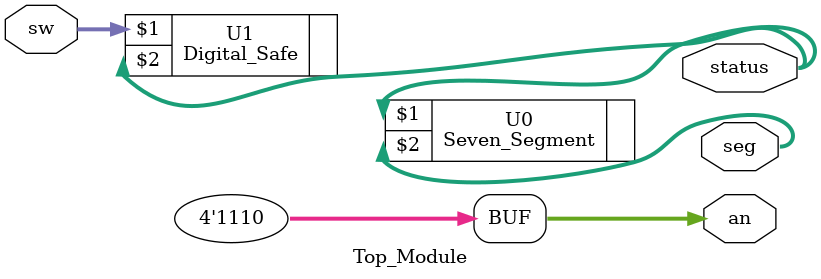
<source format=v>
`timescale 1ns / 1ps


module Top_Module(
    input [4:0] sw, // input code, sw=switch?
    output [1:0] status, //lock, unlock
    output [6:0] seg,
    output [3:0] an // enable for 7-segment
    );
    
    //povering-up 7-segment Display, Right most (Active-Low)
    assign an=4'b1110; //using the right most led on basys 3 board
    
    //instantiate the two modules, seven segment and digital safe system
    
    Seven_Segment U0(status, seg);
    Digital_Safe U1(sw, status);
    
endmodule

</source>
